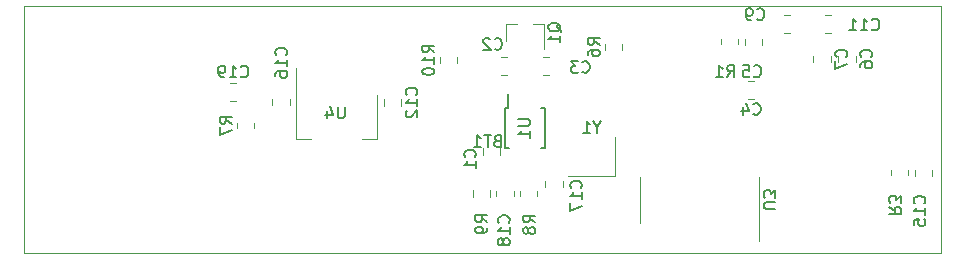
<source format=gbr>
%TF.GenerationSoftware,KiCad,Pcbnew,(5.1.9)-1*%
%TF.CreationDate,2021-03-26T17:47:29+08:00*%
%TF.ProjectId,final project,66696e61-6c20-4707-926f-6a6563742e6b,rev?*%
%TF.SameCoordinates,Original*%
%TF.FileFunction,Legend,Bot*%
%TF.FilePolarity,Positive*%
%FSLAX46Y46*%
G04 Gerber Fmt 4.6, Leading zero omitted, Abs format (unit mm)*
G04 Created by KiCad (PCBNEW (5.1.9)-1) date 2021-03-26 17:47:29*
%MOMM*%
%LPD*%
G01*
G04 APERTURE LIST*
%ADD10C,0.120000*%
%ADD11C,0.150000*%
G04 APERTURE END LIST*
D10*
%TO.C,BT1*%
X174550000Y-49000000D02*
X96850000Y-49000000D01*
X96850000Y-49000000D02*
X96850000Y-69900000D01*
X96850000Y-69900000D02*
X174550000Y-69900000D01*
X174550000Y-69900000D02*
X174550000Y-49000000D01*
%TO.C,Y1*%
X146950000Y-63350000D02*
X142950000Y-63350000D01*
X146950000Y-60050000D02*
X146950000Y-63350000D01*
%TO.C,U3*%
X159110000Y-65400000D02*
X159110000Y-68850000D01*
X159110000Y-65400000D02*
X159110000Y-63450000D01*
X148990000Y-65400000D02*
X148990000Y-67350000D01*
X148990000Y-65400000D02*
X148990000Y-63450000D01*
%TO.C,R10*%
X133535000Y-53322936D02*
X133535000Y-53777064D01*
X132065000Y-53322936D02*
X132065000Y-53777064D01*
%TO.C,U4*%
X126760000Y-60280000D02*
X125500000Y-60280000D01*
X119940000Y-60280000D02*
X121200000Y-60280000D01*
X126760000Y-56520000D02*
X126760000Y-60280000D01*
X119940000Y-54270000D02*
X119940000Y-60280000D01*
D11*
%TO.C,U1*%
X137625000Y-57625000D02*
X137850000Y-57625000D01*
X137625000Y-60975000D02*
X137925000Y-60975000D01*
X140975000Y-60975000D02*
X140675000Y-60975000D01*
X140975000Y-57625000D02*
X140675000Y-57625000D01*
X137625000Y-57625000D02*
X137625000Y-60975000D01*
X140975000Y-57625000D02*
X140975000Y-60975000D01*
X137850000Y-57625000D02*
X137850000Y-56400000D01*
D10*
%TO.C,R9*%
X136865000Y-64622936D02*
X136865000Y-65077064D01*
X138335000Y-64622936D02*
X138335000Y-65077064D01*
%TO.C,R8*%
X138865000Y-64622936D02*
X138865000Y-65077064D01*
X140335000Y-64622936D02*
X140335000Y-65077064D01*
%TO.C,R7*%
X114915000Y-58872936D02*
X114915000Y-59327064D01*
X116385000Y-58872936D02*
X116385000Y-59327064D01*
%TO.C,R6*%
X146065000Y-52222936D02*
X146065000Y-52677064D01*
X147535000Y-52222936D02*
X147535000Y-52677064D01*
%TO.C,R3*%
X171735000Y-63327064D02*
X171735000Y-62872936D01*
X170265000Y-63327064D02*
X170265000Y-62872936D01*
%TO.C,R1*%
X157335000Y-52227064D02*
X157335000Y-51772936D01*
X155865000Y-52227064D02*
X155865000Y-51772936D01*
%TO.C,Q1*%
X137720000Y-50490000D02*
X138650000Y-50490000D01*
X140880000Y-50490000D02*
X139950000Y-50490000D01*
X140880000Y-50490000D02*
X140880000Y-52650000D01*
X137720000Y-50490000D02*
X137720000Y-51950000D01*
%TO.C,C19*%
X114861252Y-55515000D02*
X114338748Y-55515000D01*
X114861252Y-56985000D02*
X114338748Y-56985000D01*
%TO.C,C18*%
X136335000Y-65111252D02*
X136335000Y-64588748D01*
X134865000Y-65111252D02*
X134865000Y-64588748D01*
%TO.C,C17*%
X142485000Y-64311252D02*
X142485000Y-63788748D01*
X141015000Y-64311252D02*
X141015000Y-63788748D01*
%TO.C,C16*%
X117915000Y-56838748D02*
X117915000Y-57361252D01*
X119385000Y-56838748D02*
X119385000Y-57361252D01*
%TO.C,C15*%
X172315000Y-62838748D02*
X172315000Y-63361252D01*
X173785000Y-62838748D02*
X173785000Y-63361252D01*
%TO.C,C12*%
X128785000Y-57411252D02*
X128785000Y-56888748D01*
X127315000Y-57411252D02*
X127315000Y-56888748D01*
%TO.C,C11*%
X165211252Y-49765000D02*
X164688748Y-49765000D01*
X165211252Y-51235000D02*
X164688748Y-51235000D01*
%TO.C,C9*%
X161188748Y-51235000D02*
X161711252Y-51235000D01*
X161188748Y-49765000D02*
X161711252Y-49765000D01*
%TO.C,C7*%
X165185000Y-53711252D02*
X165185000Y-53188748D01*
X163715000Y-53711252D02*
X163715000Y-53188748D01*
%TO.C,C6*%
X167285000Y-53711252D02*
X167285000Y-53188748D01*
X165815000Y-53711252D02*
X165815000Y-53188748D01*
%TO.C,C5*%
X159385000Y-52261252D02*
X159385000Y-51738748D01*
X157915000Y-52261252D02*
X157915000Y-51738748D01*
%TO.C,C4*%
X158661252Y-55365000D02*
X158138748Y-55365000D01*
X158661252Y-56835000D02*
X158138748Y-56835000D01*
%TO.C,C3*%
X141361252Y-53315000D02*
X140838748Y-53315000D01*
X141361252Y-54785000D02*
X140838748Y-54785000D01*
%TO.C,C2*%
X137761252Y-53315000D02*
X137238748Y-53315000D01*
X137761252Y-54785000D02*
X137238748Y-54785000D01*
%TO.C,C1*%
X137185000Y-61561252D02*
X137185000Y-61038748D01*
X135715000Y-61561252D02*
X135715000Y-61038748D01*
%TO.C,BT1*%
D11*
X136935714Y-60378571D02*
X136792857Y-60426190D01*
X136745238Y-60473809D01*
X136697619Y-60569047D01*
X136697619Y-60711904D01*
X136745238Y-60807142D01*
X136792857Y-60854761D01*
X136888095Y-60902380D01*
X137269047Y-60902380D01*
X137269047Y-59902380D01*
X136935714Y-59902380D01*
X136840476Y-59950000D01*
X136792857Y-59997619D01*
X136745238Y-60092857D01*
X136745238Y-60188095D01*
X136792857Y-60283333D01*
X136840476Y-60330952D01*
X136935714Y-60378571D01*
X137269047Y-60378571D01*
X136411904Y-59902380D02*
X135840476Y-59902380D01*
X136126190Y-60902380D02*
X136126190Y-59902380D01*
X134983333Y-60902380D02*
X135554761Y-60902380D01*
X135269047Y-60902380D02*
X135269047Y-59902380D01*
X135364285Y-60045238D01*
X135459523Y-60140476D01*
X135554761Y-60188095D01*
%TO.C,Y1*%
X145426190Y-59226190D02*
X145426190Y-59702380D01*
X145759523Y-58702380D02*
X145426190Y-59226190D01*
X145092857Y-58702380D01*
X144235714Y-59702380D02*
X144807142Y-59702380D01*
X144521428Y-59702380D02*
X144521428Y-58702380D01*
X144616666Y-58845238D01*
X144711904Y-58940476D01*
X144807142Y-58988095D01*
%TO.C,U3*%
X160497619Y-66161904D02*
X159688095Y-66161904D01*
X159592857Y-66114285D01*
X159545238Y-66066666D01*
X159497619Y-65971428D01*
X159497619Y-65780952D01*
X159545238Y-65685714D01*
X159592857Y-65638095D01*
X159688095Y-65590476D01*
X160497619Y-65590476D01*
X160497619Y-65209523D02*
X160497619Y-64590476D01*
X160116666Y-64923809D01*
X160116666Y-64780952D01*
X160069047Y-64685714D01*
X160021428Y-64638095D01*
X159926190Y-64590476D01*
X159688095Y-64590476D01*
X159592857Y-64638095D01*
X159545238Y-64685714D01*
X159497619Y-64780952D01*
X159497619Y-65066666D01*
X159545238Y-65161904D01*
X159592857Y-65209523D01*
%TO.C,R10*%
X131602380Y-52907142D02*
X131126190Y-52573809D01*
X131602380Y-52335714D02*
X130602380Y-52335714D01*
X130602380Y-52716666D01*
X130650000Y-52811904D01*
X130697619Y-52859523D01*
X130792857Y-52907142D01*
X130935714Y-52907142D01*
X131030952Y-52859523D01*
X131078571Y-52811904D01*
X131126190Y-52716666D01*
X131126190Y-52335714D01*
X131602380Y-53859523D02*
X131602380Y-53288095D01*
X131602380Y-53573809D02*
X130602380Y-53573809D01*
X130745238Y-53478571D01*
X130840476Y-53383333D01*
X130888095Y-53288095D01*
X130602380Y-54478571D02*
X130602380Y-54573809D01*
X130650000Y-54669047D01*
X130697619Y-54716666D01*
X130792857Y-54764285D01*
X130983333Y-54811904D01*
X131221428Y-54811904D01*
X131411904Y-54764285D01*
X131507142Y-54716666D01*
X131554761Y-54669047D01*
X131602380Y-54573809D01*
X131602380Y-54478571D01*
X131554761Y-54383333D01*
X131507142Y-54335714D01*
X131411904Y-54288095D01*
X131221428Y-54240476D01*
X130983333Y-54240476D01*
X130792857Y-54288095D01*
X130697619Y-54335714D01*
X130650000Y-54383333D01*
X130602380Y-54478571D01*
%TO.C,U4*%
X124011904Y-57502380D02*
X124011904Y-58311904D01*
X123964285Y-58407142D01*
X123916666Y-58454761D01*
X123821428Y-58502380D01*
X123630952Y-58502380D01*
X123535714Y-58454761D01*
X123488095Y-58407142D01*
X123440476Y-58311904D01*
X123440476Y-57502380D01*
X122535714Y-57835714D02*
X122535714Y-58502380D01*
X122773809Y-57454761D02*
X123011904Y-58169047D01*
X122392857Y-58169047D01*
%TO.C,U1*%
X138702380Y-58563095D02*
X139511904Y-58563095D01*
X139607142Y-58610714D01*
X139654761Y-58658333D01*
X139702380Y-58753571D01*
X139702380Y-58944047D01*
X139654761Y-59039285D01*
X139607142Y-59086904D01*
X139511904Y-59134523D01*
X138702380Y-59134523D01*
X139702380Y-60134523D02*
X139702380Y-59563095D01*
X139702380Y-59848809D02*
X138702380Y-59848809D01*
X138845238Y-59753571D01*
X138940476Y-59658333D01*
X138988095Y-59563095D01*
%TO.C,R9*%
X136102380Y-67283333D02*
X135626190Y-66950000D01*
X136102380Y-66711904D02*
X135102380Y-66711904D01*
X135102380Y-67092857D01*
X135150000Y-67188095D01*
X135197619Y-67235714D01*
X135292857Y-67283333D01*
X135435714Y-67283333D01*
X135530952Y-67235714D01*
X135578571Y-67188095D01*
X135626190Y-67092857D01*
X135626190Y-66711904D01*
X136102380Y-67759523D02*
X136102380Y-67950000D01*
X136054761Y-68045238D01*
X136007142Y-68092857D01*
X135864285Y-68188095D01*
X135673809Y-68235714D01*
X135292857Y-68235714D01*
X135197619Y-68188095D01*
X135150000Y-68140476D01*
X135102380Y-68045238D01*
X135102380Y-67854761D01*
X135150000Y-67759523D01*
X135197619Y-67711904D01*
X135292857Y-67664285D01*
X135530952Y-67664285D01*
X135626190Y-67711904D01*
X135673809Y-67759523D01*
X135721428Y-67854761D01*
X135721428Y-68045238D01*
X135673809Y-68140476D01*
X135626190Y-68188095D01*
X135530952Y-68235714D01*
%TO.C,R8*%
X140152380Y-67308333D02*
X139676190Y-66975000D01*
X140152380Y-66736904D02*
X139152380Y-66736904D01*
X139152380Y-67117857D01*
X139200000Y-67213095D01*
X139247619Y-67260714D01*
X139342857Y-67308333D01*
X139485714Y-67308333D01*
X139580952Y-67260714D01*
X139628571Y-67213095D01*
X139676190Y-67117857D01*
X139676190Y-66736904D01*
X139580952Y-67879761D02*
X139533333Y-67784523D01*
X139485714Y-67736904D01*
X139390476Y-67689285D01*
X139342857Y-67689285D01*
X139247619Y-67736904D01*
X139200000Y-67784523D01*
X139152380Y-67879761D01*
X139152380Y-68070238D01*
X139200000Y-68165476D01*
X139247619Y-68213095D01*
X139342857Y-68260714D01*
X139390476Y-68260714D01*
X139485714Y-68213095D01*
X139533333Y-68165476D01*
X139580952Y-68070238D01*
X139580952Y-67879761D01*
X139628571Y-67784523D01*
X139676190Y-67736904D01*
X139771428Y-67689285D01*
X139961904Y-67689285D01*
X140057142Y-67736904D01*
X140104761Y-67784523D01*
X140152380Y-67879761D01*
X140152380Y-68070238D01*
X140104761Y-68165476D01*
X140057142Y-68213095D01*
X139961904Y-68260714D01*
X139771428Y-68260714D01*
X139676190Y-68213095D01*
X139628571Y-68165476D01*
X139580952Y-68070238D01*
%TO.C,R7*%
X114452380Y-58933333D02*
X113976190Y-58600000D01*
X114452380Y-58361904D02*
X113452380Y-58361904D01*
X113452380Y-58742857D01*
X113500000Y-58838095D01*
X113547619Y-58885714D01*
X113642857Y-58933333D01*
X113785714Y-58933333D01*
X113880952Y-58885714D01*
X113928571Y-58838095D01*
X113976190Y-58742857D01*
X113976190Y-58361904D01*
X113452380Y-59266666D02*
X113452380Y-59933333D01*
X114452380Y-59504761D01*
%TO.C,R6*%
X145602380Y-52283333D02*
X145126190Y-51950000D01*
X145602380Y-51711904D02*
X144602380Y-51711904D01*
X144602380Y-52092857D01*
X144650000Y-52188095D01*
X144697619Y-52235714D01*
X144792857Y-52283333D01*
X144935714Y-52283333D01*
X145030952Y-52235714D01*
X145078571Y-52188095D01*
X145126190Y-52092857D01*
X145126190Y-51711904D01*
X144602380Y-53140476D02*
X144602380Y-52950000D01*
X144650000Y-52854761D01*
X144697619Y-52807142D01*
X144840476Y-52711904D01*
X145030952Y-52664285D01*
X145411904Y-52664285D01*
X145507142Y-52711904D01*
X145554761Y-52759523D01*
X145602380Y-52854761D01*
X145602380Y-53045238D01*
X145554761Y-53140476D01*
X145507142Y-53188095D01*
X145411904Y-53235714D01*
X145173809Y-53235714D01*
X145078571Y-53188095D01*
X145030952Y-53140476D01*
X144983333Y-53045238D01*
X144983333Y-52854761D01*
X145030952Y-52759523D01*
X145078571Y-52711904D01*
X145173809Y-52664285D01*
%TO.C,R3*%
X170122619Y-65991666D02*
X170598809Y-66325000D01*
X170122619Y-66563095D02*
X171122619Y-66563095D01*
X171122619Y-66182142D01*
X171075000Y-66086904D01*
X171027380Y-66039285D01*
X170932142Y-65991666D01*
X170789285Y-65991666D01*
X170694047Y-66039285D01*
X170646428Y-66086904D01*
X170598809Y-66182142D01*
X170598809Y-66563095D01*
X171122619Y-65658333D02*
X171122619Y-65039285D01*
X170741666Y-65372619D01*
X170741666Y-65229761D01*
X170694047Y-65134523D01*
X170646428Y-65086904D01*
X170551190Y-65039285D01*
X170313095Y-65039285D01*
X170217857Y-65086904D01*
X170170238Y-65134523D01*
X170122619Y-65229761D01*
X170122619Y-65515476D01*
X170170238Y-65610714D01*
X170217857Y-65658333D01*
%TO.C,R1*%
X156416666Y-55002380D02*
X156750000Y-54526190D01*
X156988095Y-55002380D02*
X156988095Y-54002380D01*
X156607142Y-54002380D01*
X156511904Y-54050000D01*
X156464285Y-54097619D01*
X156416666Y-54192857D01*
X156416666Y-54335714D01*
X156464285Y-54430952D01*
X156511904Y-54478571D01*
X156607142Y-54526190D01*
X156988095Y-54526190D01*
X155464285Y-55002380D02*
X156035714Y-55002380D01*
X155750000Y-55002380D02*
X155750000Y-54002380D01*
X155845238Y-54145238D01*
X155940476Y-54240476D01*
X156035714Y-54288095D01*
%TO.C,Q1*%
X142347619Y-51154761D02*
X142300000Y-51059523D01*
X142204761Y-50964285D01*
X142061904Y-50821428D01*
X142014285Y-50726190D01*
X142014285Y-50630952D01*
X142252380Y-50678571D02*
X142204761Y-50583333D01*
X142109523Y-50488095D01*
X141919047Y-50440476D01*
X141585714Y-50440476D01*
X141395238Y-50488095D01*
X141300000Y-50583333D01*
X141252380Y-50678571D01*
X141252380Y-50869047D01*
X141300000Y-50964285D01*
X141395238Y-51059523D01*
X141585714Y-51107142D01*
X141919047Y-51107142D01*
X142109523Y-51059523D01*
X142204761Y-50964285D01*
X142252380Y-50869047D01*
X142252380Y-50678571D01*
X142252380Y-52059523D02*
X142252380Y-51488095D01*
X142252380Y-51773809D02*
X141252380Y-51773809D01*
X141395238Y-51678571D01*
X141490476Y-51583333D01*
X141538095Y-51488095D01*
%TO.C,C19*%
X115242857Y-54927142D02*
X115290476Y-54974761D01*
X115433333Y-55022380D01*
X115528571Y-55022380D01*
X115671428Y-54974761D01*
X115766666Y-54879523D01*
X115814285Y-54784285D01*
X115861904Y-54593809D01*
X115861904Y-54450952D01*
X115814285Y-54260476D01*
X115766666Y-54165238D01*
X115671428Y-54070000D01*
X115528571Y-54022380D01*
X115433333Y-54022380D01*
X115290476Y-54070000D01*
X115242857Y-54117619D01*
X114290476Y-55022380D02*
X114861904Y-55022380D01*
X114576190Y-55022380D02*
X114576190Y-54022380D01*
X114671428Y-54165238D01*
X114766666Y-54260476D01*
X114861904Y-54308095D01*
X113814285Y-55022380D02*
X113623809Y-55022380D01*
X113528571Y-54974761D01*
X113480952Y-54927142D01*
X113385714Y-54784285D01*
X113338095Y-54593809D01*
X113338095Y-54212857D01*
X113385714Y-54117619D01*
X113433333Y-54070000D01*
X113528571Y-54022380D01*
X113719047Y-54022380D01*
X113814285Y-54070000D01*
X113861904Y-54117619D01*
X113909523Y-54212857D01*
X113909523Y-54450952D01*
X113861904Y-54546190D01*
X113814285Y-54593809D01*
X113719047Y-54641428D01*
X113528571Y-54641428D01*
X113433333Y-54593809D01*
X113385714Y-54546190D01*
X113338095Y-54450952D01*
%TO.C,C18*%
X137907142Y-67332142D02*
X137954761Y-67284523D01*
X138002380Y-67141666D01*
X138002380Y-67046428D01*
X137954761Y-66903571D01*
X137859523Y-66808333D01*
X137764285Y-66760714D01*
X137573809Y-66713095D01*
X137430952Y-66713095D01*
X137240476Y-66760714D01*
X137145238Y-66808333D01*
X137050000Y-66903571D01*
X137002380Y-67046428D01*
X137002380Y-67141666D01*
X137050000Y-67284523D01*
X137097619Y-67332142D01*
X138002380Y-68284523D02*
X138002380Y-67713095D01*
X138002380Y-67998809D02*
X137002380Y-67998809D01*
X137145238Y-67903571D01*
X137240476Y-67808333D01*
X137288095Y-67713095D01*
X137430952Y-68855952D02*
X137383333Y-68760714D01*
X137335714Y-68713095D01*
X137240476Y-68665476D01*
X137192857Y-68665476D01*
X137097619Y-68713095D01*
X137050000Y-68760714D01*
X137002380Y-68855952D01*
X137002380Y-69046428D01*
X137050000Y-69141666D01*
X137097619Y-69189285D01*
X137192857Y-69236904D01*
X137240476Y-69236904D01*
X137335714Y-69189285D01*
X137383333Y-69141666D01*
X137430952Y-69046428D01*
X137430952Y-68855952D01*
X137478571Y-68760714D01*
X137526190Y-68713095D01*
X137621428Y-68665476D01*
X137811904Y-68665476D01*
X137907142Y-68713095D01*
X137954761Y-68760714D01*
X138002380Y-68855952D01*
X138002380Y-69046428D01*
X137954761Y-69141666D01*
X137907142Y-69189285D01*
X137811904Y-69236904D01*
X137621428Y-69236904D01*
X137526190Y-69189285D01*
X137478571Y-69141666D01*
X137430952Y-69046428D01*
%TO.C,C17*%
X144007142Y-64382142D02*
X144054761Y-64334523D01*
X144102380Y-64191666D01*
X144102380Y-64096428D01*
X144054761Y-63953571D01*
X143959523Y-63858333D01*
X143864285Y-63810714D01*
X143673809Y-63763095D01*
X143530952Y-63763095D01*
X143340476Y-63810714D01*
X143245238Y-63858333D01*
X143150000Y-63953571D01*
X143102380Y-64096428D01*
X143102380Y-64191666D01*
X143150000Y-64334523D01*
X143197619Y-64382142D01*
X144102380Y-65334523D02*
X144102380Y-64763095D01*
X144102380Y-65048809D02*
X143102380Y-65048809D01*
X143245238Y-64953571D01*
X143340476Y-64858333D01*
X143388095Y-64763095D01*
X143102380Y-65667857D02*
X143102380Y-66334523D01*
X144102380Y-65905952D01*
%TO.C,C16*%
X119057142Y-53132142D02*
X119104761Y-53084523D01*
X119152380Y-52941666D01*
X119152380Y-52846428D01*
X119104761Y-52703571D01*
X119009523Y-52608333D01*
X118914285Y-52560714D01*
X118723809Y-52513095D01*
X118580952Y-52513095D01*
X118390476Y-52560714D01*
X118295238Y-52608333D01*
X118200000Y-52703571D01*
X118152380Y-52846428D01*
X118152380Y-52941666D01*
X118200000Y-53084523D01*
X118247619Y-53132142D01*
X119152380Y-54084523D02*
X119152380Y-53513095D01*
X119152380Y-53798809D02*
X118152380Y-53798809D01*
X118295238Y-53703571D01*
X118390476Y-53608333D01*
X118438095Y-53513095D01*
X118152380Y-54941666D02*
X118152380Y-54751190D01*
X118200000Y-54655952D01*
X118247619Y-54608333D01*
X118390476Y-54513095D01*
X118580952Y-54465476D01*
X118961904Y-54465476D01*
X119057142Y-54513095D01*
X119104761Y-54560714D01*
X119152380Y-54655952D01*
X119152380Y-54846428D01*
X119104761Y-54941666D01*
X119057142Y-54989285D01*
X118961904Y-55036904D01*
X118723809Y-55036904D01*
X118628571Y-54989285D01*
X118580952Y-54941666D01*
X118533333Y-54846428D01*
X118533333Y-54655952D01*
X118580952Y-54560714D01*
X118628571Y-54513095D01*
X118723809Y-54465476D01*
%TO.C,C15*%
X173107142Y-65682142D02*
X173154761Y-65634523D01*
X173202380Y-65491666D01*
X173202380Y-65396428D01*
X173154761Y-65253571D01*
X173059523Y-65158333D01*
X172964285Y-65110714D01*
X172773809Y-65063095D01*
X172630952Y-65063095D01*
X172440476Y-65110714D01*
X172345238Y-65158333D01*
X172250000Y-65253571D01*
X172202380Y-65396428D01*
X172202380Y-65491666D01*
X172250000Y-65634523D01*
X172297619Y-65682142D01*
X173202380Y-66634523D02*
X173202380Y-66063095D01*
X173202380Y-66348809D02*
X172202380Y-66348809D01*
X172345238Y-66253571D01*
X172440476Y-66158333D01*
X172488095Y-66063095D01*
X172202380Y-67539285D02*
X172202380Y-67063095D01*
X172678571Y-67015476D01*
X172630952Y-67063095D01*
X172583333Y-67158333D01*
X172583333Y-67396428D01*
X172630952Y-67491666D01*
X172678571Y-67539285D01*
X172773809Y-67586904D01*
X173011904Y-67586904D01*
X173107142Y-67539285D01*
X173154761Y-67491666D01*
X173202380Y-67396428D01*
X173202380Y-67158333D01*
X173154761Y-67063095D01*
X173107142Y-67015476D01*
%TO.C,C12*%
X130087142Y-56507142D02*
X130134761Y-56459523D01*
X130182380Y-56316666D01*
X130182380Y-56221428D01*
X130134761Y-56078571D01*
X130039523Y-55983333D01*
X129944285Y-55935714D01*
X129753809Y-55888095D01*
X129610952Y-55888095D01*
X129420476Y-55935714D01*
X129325238Y-55983333D01*
X129230000Y-56078571D01*
X129182380Y-56221428D01*
X129182380Y-56316666D01*
X129230000Y-56459523D01*
X129277619Y-56507142D01*
X130182380Y-57459523D02*
X130182380Y-56888095D01*
X130182380Y-57173809D02*
X129182380Y-57173809D01*
X129325238Y-57078571D01*
X129420476Y-56983333D01*
X129468095Y-56888095D01*
X129277619Y-57840476D02*
X129230000Y-57888095D01*
X129182380Y-57983333D01*
X129182380Y-58221428D01*
X129230000Y-58316666D01*
X129277619Y-58364285D01*
X129372857Y-58411904D01*
X129468095Y-58411904D01*
X129610952Y-58364285D01*
X130182380Y-57792857D01*
X130182380Y-58411904D01*
%TO.C,C11*%
X168667857Y-50957142D02*
X168715476Y-51004761D01*
X168858333Y-51052380D01*
X168953571Y-51052380D01*
X169096428Y-51004761D01*
X169191666Y-50909523D01*
X169239285Y-50814285D01*
X169286904Y-50623809D01*
X169286904Y-50480952D01*
X169239285Y-50290476D01*
X169191666Y-50195238D01*
X169096428Y-50100000D01*
X168953571Y-50052380D01*
X168858333Y-50052380D01*
X168715476Y-50100000D01*
X168667857Y-50147619D01*
X167715476Y-51052380D02*
X168286904Y-51052380D01*
X168001190Y-51052380D02*
X168001190Y-50052380D01*
X168096428Y-50195238D01*
X168191666Y-50290476D01*
X168286904Y-50338095D01*
X166763095Y-51052380D02*
X167334523Y-51052380D01*
X167048809Y-51052380D02*
X167048809Y-50052380D01*
X167144047Y-50195238D01*
X167239285Y-50290476D01*
X167334523Y-50338095D01*
%TO.C,C9*%
X158941666Y-50082142D02*
X158989285Y-50129761D01*
X159132142Y-50177380D01*
X159227380Y-50177380D01*
X159370238Y-50129761D01*
X159465476Y-50034523D01*
X159513095Y-49939285D01*
X159560714Y-49748809D01*
X159560714Y-49605952D01*
X159513095Y-49415476D01*
X159465476Y-49320238D01*
X159370238Y-49225000D01*
X159227380Y-49177380D01*
X159132142Y-49177380D01*
X158989285Y-49225000D01*
X158941666Y-49272619D01*
X158465476Y-50177380D02*
X158275000Y-50177380D01*
X158179761Y-50129761D01*
X158132142Y-50082142D01*
X158036904Y-49939285D01*
X157989285Y-49748809D01*
X157989285Y-49367857D01*
X158036904Y-49272619D01*
X158084523Y-49225000D01*
X158179761Y-49177380D01*
X158370238Y-49177380D01*
X158465476Y-49225000D01*
X158513095Y-49272619D01*
X158560714Y-49367857D01*
X158560714Y-49605952D01*
X158513095Y-49701190D01*
X158465476Y-49748809D01*
X158370238Y-49796428D01*
X158179761Y-49796428D01*
X158084523Y-49748809D01*
X158036904Y-49701190D01*
X157989285Y-49605952D01*
%TO.C,C7*%
X166487142Y-53283333D02*
X166534761Y-53235714D01*
X166582380Y-53092857D01*
X166582380Y-52997619D01*
X166534761Y-52854761D01*
X166439523Y-52759523D01*
X166344285Y-52711904D01*
X166153809Y-52664285D01*
X166010952Y-52664285D01*
X165820476Y-52711904D01*
X165725238Y-52759523D01*
X165630000Y-52854761D01*
X165582380Y-52997619D01*
X165582380Y-53092857D01*
X165630000Y-53235714D01*
X165677619Y-53283333D01*
X165582380Y-53616666D02*
X165582380Y-54283333D01*
X166582380Y-53854761D01*
%TO.C,C6*%
X168587142Y-53283333D02*
X168634761Y-53235714D01*
X168682380Y-53092857D01*
X168682380Y-52997619D01*
X168634761Y-52854761D01*
X168539523Y-52759523D01*
X168444285Y-52711904D01*
X168253809Y-52664285D01*
X168110952Y-52664285D01*
X167920476Y-52711904D01*
X167825238Y-52759523D01*
X167730000Y-52854761D01*
X167682380Y-52997619D01*
X167682380Y-53092857D01*
X167730000Y-53235714D01*
X167777619Y-53283333D01*
X167682380Y-54140476D02*
X167682380Y-53950000D01*
X167730000Y-53854761D01*
X167777619Y-53807142D01*
X167920476Y-53711904D01*
X168110952Y-53664285D01*
X168491904Y-53664285D01*
X168587142Y-53711904D01*
X168634761Y-53759523D01*
X168682380Y-53854761D01*
X168682380Y-54045238D01*
X168634761Y-54140476D01*
X168587142Y-54188095D01*
X168491904Y-54235714D01*
X168253809Y-54235714D01*
X168158571Y-54188095D01*
X168110952Y-54140476D01*
X168063333Y-54045238D01*
X168063333Y-53854761D01*
X168110952Y-53759523D01*
X168158571Y-53711904D01*
X168253809Y-53664285D01*
%TO.C,C5*%
X158666666Y-54907142D02*
X158714285Y-54954761D01*
X158857142Y-55002380D01*
X158952380Y-55002380D01*
X159095238Y-54954761D01*
X159190476Y-54859523D01*
X159238095Y-54764285D01*
X159285714Y-54573809D01*
X159285714Y-54430952D01*
X159238095Y-54240476D01*
X159190476Y-54145238D01*
X159095238Y-54050000D01*
X158952380Y-54002380D01*
X158857142Y-54002380D01*
X158714285Y-54050000D01*
X158666666Y-54097619D01*
X157761904Y-54002380D02*
X158238095Y-54002380D01*
X158285714Y-54478571D01*
X158238095Y-54430952D01*
X158142857Y-54383333D01*
X157904761Y-54383333D01*
X157809523Y-54430952D01*
X157761904Y-54478571D01*
X157714285Y-54573809D01*
X157714285Y-54811904D01*
X157761904Y-54907142D01*
X157809523Y-54954761D01*
X157904761Y-55002380D01*
X158142857Y-55002380D01*
X158238095Y-54954761D01*
X158285714Y-54907142D01*
%TO.C,C4*%
X158616666Y-58107142D02*
X158664285Y-58154761D01*
X158807142Y-58202380D01*
X158902380Y-58202380D01*
X159045238Y-58154761D01*
X159140476Y-58059523D01*
X159188095Y-57964285D01*
X159235714Y-57773809D01*
X159235714Y-57630952D01*
X159188095Y-57440476D01*
X159140476Y-57345238D01*
X159045238Y-57250000D01*
X158902380Y-57202380D01*
X158807142Y-57202380D01*
X158664285Y-57250000D01*
X158616666Y-57297619D01*
X157759523Y-57535714D02*
X157759523Y-58202380D01*
X157997619Y-57154761D02*
X158235714Y-57869047D01*
X157616666Y-57869047D01*
%TO.C,C3*%
X144141666Y-54557142D02*
X144189285Y-54604761D01*
X144332142Y-54652380D01*
X144427380Y-54652380D01*
X144570238Y-54604761D01*
X144665476Y-54509523D01*
X144713095Y-54414285D01*
X144760714Y-54223809D01*
X144760714Y-54080952D01*
X144713095Y-53890476D01*
X144665476Y-53795238D01*
X144570238Y-53700000D01*
X144427380Y-53652380D01*
X144332142Y-53652380D01*
X144189285Y-53700000D01*
X144141666Y-53747619D01*
X143808333Y-53652380D02*
X143189285Y-53652380D01*
X143522619Y-54033333D01*
X143379761Y-54033333D01*
X143284523Y-54080952D01*
X143236904Y-54128571D01*
X143189285Y-54223809D01*
X143189285Y-54461904D01*
X143236904Y-54557142D01*
X143284523Y-54604761D01*
X143379761Y-54652380D01*
X143665476Y-54652380D01*
X143760714Y-54604761D01*
X143808333Y-54557142D01*
%TO.C,C2*%
X136716666Y-52607142D02*
X136764285Y-52654761D01*
X136907142Y-52702380D01*
X137002380Y-52702380D01*
X137145238Y-52654761D01*
X137240476Y-52559523D01*
X137288095Y-52464285D01*
X137335714Y-52273809D01*
X137335714Y-52130952D01*
X137288095Y-51940476D01*
X137240476Y-51845238D01*
X137145238Y-51750000D01*
X137002380Y-51702380D01*
X136907142Y-51702380D01*
X136764285Y-51750000D01*
X136716666Y-51797619D01*
X136335714Y-51797619D02*
X136288095Y-51750000D01*
X136192857Y-51702380D01*
X135954761Y-51702380D01*
X135859523Y-51750000D01*
X135811904Y-51797619D01*
X135764285Y-51892857D01*
X135764285Y-51988095D01*
X135811904Y-52130952D01*
X136383333Y-52702380D01*
X135764285Y-52702380D01*
%TO.C,C1*%
X135032142Y-61758333D02*
X135079761Y-61710714D01*
X135127380Y-61567857D01*
X135127380Y-61472619D01*
X135079761Y-61329761D01*
X134984523Y-61234523D01*
X134889285Y-61186904D01*
X134698809Y-61139285D01*
X134555952Y-61139285D01*
X134365476Y-61186904D01*
X134270238Y-61234523D01*
X134175000Y-61329761D01*
X134127380Y-61472619D01*
X134127380Y-61567857D01*
X134175000Y-61710714D01*
X134222619Y-61758333D01*
X135127380Y-62710714D02*
X135127380Y-62139285D01*
X135127380Y-62425000D02*
X134127380Y-62425000D01*
X134270238Y-62329761D01*
X134365476Y-62234523D01*
X134413095Y-62139285D01*
%TD*%
M02*

</source>
